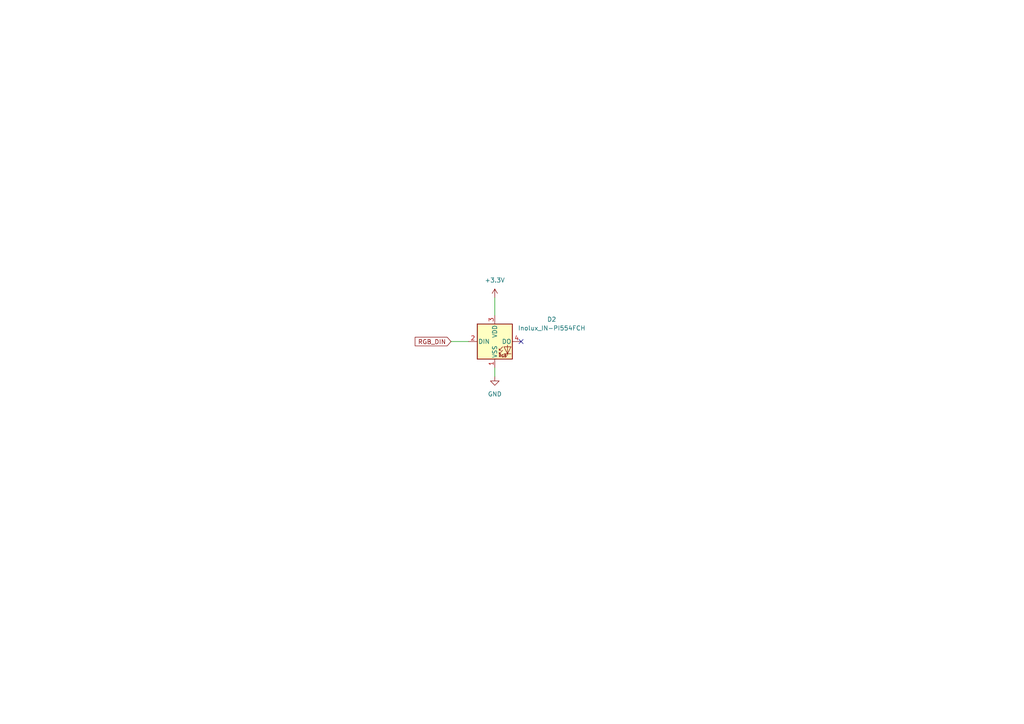
<source format=kicad_sch>
(kicad_sch (version 20250114) (generator "eeschema") (generator_version "9.0")
  (paper "A4")
  (lib_symbols
    (symbol "LED:Inolux_IN-PI554FCH" (pin_names (offset 0.254))
      (property "Reference" "D" (at 5.08 5.715 0))
      (property "Value" "Inolux_IN-PI554FCH" (at 1.27 -5.715 0))
      (symbol "Inolux_IN-PI554FCH_0_0"
        (text "RGB" (at 2.286 -4.191 0) (effects (font (size 0.762 0.762))))
      )
      (symbol "Inolux_IN-PI554FCH_0_1"
        (polyline (pts (xy 1.27 -2.54) (xy 1.778 -2.54)))
        (polyline (pts (xy 1.27 -3.556) (xy 1.778 -3.556)))
        (polyline (pts (xy 2.286 -1.524) (xy 1.27 -2.54) (xy 1.27 -2.032)))
        (polyline (pts (xy 2.286 -2.54) (xy 1.27 -3.556) (xy 1.27 -3.048)))
        (polyline (pts (xy 3.683 -1.016) (xy 3.683 -3.556) (xy 3.683 -4.064)))
        (polyline (pts (xy 4.699 -1.524) (xy 2.667 -1.524) (xy 3.683 -3.556) (xy 4.699 -1.524)))
        (polyline (pts (xy 4.699 -3.556) (xy 2.667 -3.556)))
        (rectangle (start 5.08 5.08) (end -5.08 -5.08) (stroke (width 0.254)) (fill (type background)))
      )
      (symbol "Inolux_IN-PI554FCH_1_1"
        (pin input line (at -7.62 0 0) (length 2.54) (name "DIN") (number "2"))
        (pin power_in line (at 0 7.62 270) (length 2.54) (name "VDD") (number "3"))
        (pin power_in line (at 0 -7.62 90) (length 2.54) (name "VSS") (number "1"))
        (pin output line (at 7.62 0 180) (length 2.54) (name "DO") (number "4"))
      )
    )
    (symbol "power:+3.3V" (power) (pin_numbers (hide yes)) (pin_names (offset 0) (hide yes))
      (property "Value" "+3.3V" (at 0 3.556 0))
      (symbol "+3.3V_0_1"
        (polyline (pts (xy -0.762 1.27) (xy 0 2.54)))
        (polyline (pts (xy 0 2.54) (xy 0.762 1.27)))
        (polyline (pts (xy 0 0) (xy 0 2.54)))
      )
      (symbol "+3.3V_1_1"
        (pin power_in line (at 0 0 90) (length 0) (name "~") (number "1"))
      )
    )
    (symbol "power:GND" (power) (pin_numbers (hide yes)) (pin_names (offset 0) (hide yes))
      (property "Value" "GND" (at 0 -3.81 0))
      (symbol "GND_0_1"
        (polyline (pts (xy 0 0) (xy 0 -1.27) (xy 1.27 -1.27) (xy 0 -2.54) (xy -1.27 -1.27) (xy 0 -1.27)))
      )
      (symbol "GND_1_1"
        (pin power_in line (at 0 0 270) (length 0) (name "~") (number "1"))
      )
    )
  )
  (no_connect (at 151.13 99.06))
  (wire (pts (xy 143.51 86.36) (xy 143.51 91.44)))
  (wire (pts (xy 130.81 99.06) (xy 135.89 99.06)))
  (wire (pts (xy 143.51 106.68) (xy 143.51 109.22)))
  (global_label "RGB_DIN" (shape input) (at 130.81 99.06 180) (property "Intersheetrefs" "${INTERSHEET_REFS}" (effects (hide yes))))
  (symbol (lib_id "LED:Inolux_IN-PI554FCH") (at 143.51 99.06 0) (unit 1)
    (property "Reference" "D2" (at 160.02 92.6398 0))
    (property "Value" "Inolux_IN-PI554FCH" (at 160.02 95.1798 0))
    (property "Datasheet" "http://www.inolux-corp.com/datasheet/SMDLED/Addressable%20LED/IN-PI554FCH.pdf" (effects (hide yes)))
    (property "Description" "5050 RGB LED 4-Pin with integrated IC" (effects (hide yes)))
  )
  (symbol (lib_id "power:GND") (at 143.51 109.22 0) (unit 1)
    (property "Reference" "#PWR030" (effects (hide yes)))
    (property "Value" "GND" (at 143.51 114.3 0))
    (property "Description" "Power symbol creates a global label with name \"GND\" , ground" (effects (hide yes)))
  )
  (symbol (lib_id "power:+3.3V") (at 143.51 86.36 0) (unit 1)
    (property "Reference" "#PWR029" (effects (hide yes)))
    (property "Value" "+3.3V" (at 143.51 81.28 0))
    (property "Description" "Power symbol creates a global label with name \"+3.3V\"" (effects (hide yes)))
  )
)
</source>
